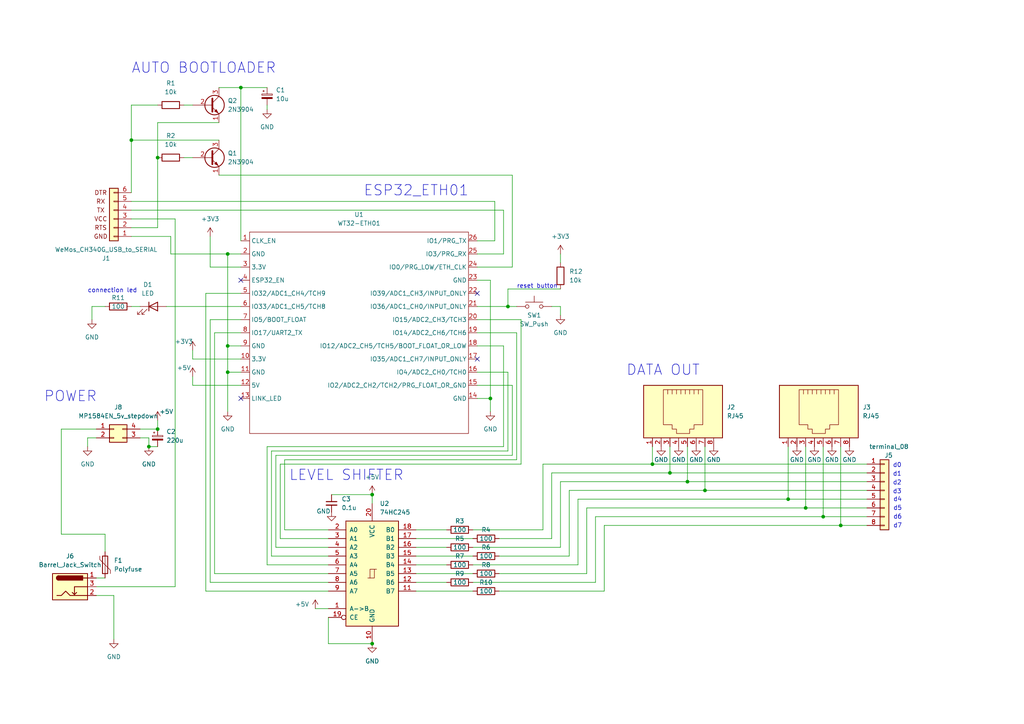
<source format=kicad_sch>
(kicad_sch (version 20230121) (generator eeschema)
  (paper "A4")
  (lib_symbols
    (symbol "74xx:74HC245" (pin_names (offset 1.016))
      (property "Reference" "U" (at -7.62 16.51 0))
      (property "Value" "74HC245" (at -7.62 -16.51 0))
      (symbol "74HC245_1_0"
        (polyline (pts (xy -0.635 -1.27) (xy -0.635 1.27) (xy 0.635 1.27)))
        (polyline (pts (xy -1.27 -1.27) (xy 0.635 -1.27) (xy 0.635 1.27) (xy 1.27 1.27)))
        (pin input line (at -12.7 -10.16 0) (length 5.08) (name "A->B") (number "1"))
        (pin power_in line (at 0 -20.32 90) (length 5.08) (name "GND") (number "10"))
        (pin tri_state line (at 12.7 -5.08 180) (length 5.08) (name "B7") (number "11"))
        (pin tri_state line (at 12.7 -2.54 180) (length 5.08) (name "B6") (number "12"))
        (pin tri_state line (at 12.7 0 180) (length 5.08) (name "B5") (number "13"))
        (pin tri_state line (at 12.7 2.54 180) (length 5.08) (name "B4") (number "14"))
        (pin tri_state line (at 12.7 5.08 180) (length 5.08) (name "B3") (number "15"))
        (pin tri_state line (at 12.7 7.62 180) (length 5.08) (name "B2") (number "16"))
        (pin tri_state line (at 12.7 10.16 180) (length 5.08) (name "B1") (number "17"))
        (pin tri_state line (at 12.7 12.7 180) (length 5.08) (name "B0") (number "18"))
        (pin input inverted (at -12.7 -12.7 0) (length 5.08) (name "CE") (number "19"))
        (pin tri_state line (at -12.7 12.7 0) (length 5.08) (name "A0") (number "2"))
        (pin power_in line (at 0 20.32 270) (length 5.08) (name "VCC") (number "20"))
        (pin tri_state line (at -12.7 10.16 0) (length 5.08) (name "A1") (number "3"))
        (pin tri_state line (at -12.7 7.62 0) (length 5.08) (name "A2") (number "4"))
        (pin tri_state line (at -12.7 5.08 0) (length 5.08) (name "A3") (number "5"))
        (pin tri_state line (at -12.7 2.54 0) (length 5.08) (name "A4") (number "6"))
        (pin tri_state line (at -12.7 0 0) (length 5.08) (name "A5") (number "7"))
        (pin tri_state line (at -12.7 -2.54 0) (length 5.08) (name "A6") (number "8"))
        (pin tri_state line (at -12.7 -5.08 0) (length 5.08) (name "A7") (number "9"))
      )
      (symbol "74HC245_1_1"
        (rectangle (start -7.62 15.24) (end 7.62 -15.24) (stroke (width 0.254)) (fill (type background)))
      )
    )
    (symbol "Connector:Barrel_Jack_Switch" (pin_names hide)
      (property "Reference" "J" (at 0 5.334 0))
      (property "Value" "Barrel_Jack_Switch" (at 0 -5.08 0))
      (symbol "Barrel_Jack_Switch_0_1"
        (rectangle (start -5.08 3.81) (end 5.08 -3.81) (stroke (width 0.254)) (fill (type background)))
        (arc (start -3.302 3.175) (mid -3.9343 2.54) (end -3.302 1.905) (stroke (width 0.254)))
        (arc (start -3.302 3.175) (mid -3.9343 2.54) (end -3.302 1.905) (stroke (width 0.254)) (fill (type outline)))
        (polyline (pts (xy 1.27 -2.286) (xy 1.905 -1.651)) (stroke (width 0.254)))
        (polyline (pts (xy 5.08 2.54) (xy 3.81 2.54)) (stroke (width 0.254)))
        (polyline (pts (xy 5.08 0) (xy 1.27 0) (xy 1.27 -2.286) (xy 0.635 -1.651)) (stroke (width 0.254)))
        (polyline (pts (xy -3.81 -2.54) (xy -2.54 -2.54) (xy -1.27 -1.27) (xy 0 -2.54) (xy 2.54 -2.54) (xy 5.08 -2.54)) (stroke (width 0.254)))
        (rectangle (start 3.683 3.175) (end -3.302 1.905) (stroke (width 0.254)) (fill (type outline)))
      )
      (symbol "Barrel_Jack_Switch_1_1"
        (pin passive line (at 7.62 2.54 180) (length 2.54) (name "~") (number "1"))
        (pin passive line (at 7.62 -2.54 180) (length 2.54) (name "~") (number "2"))
        (pin passive line (at 7.62 0 180) (length 2.54) (name "~") (number "3"))
      )
    )
    (symbol "Connector:RJ45" (pin_names (offset 1.016))
      (property "Reference" "J" (at -5.08 13.97 0))
      (property "Value" "RJ45" (at 2.54 13.97 0))
      (symbol "RJ45_0_1"
        (polyline (pts (xy -5.08 4.445) (xy -6.35 4.445)))
        (polyline (pts (xy -5.08 5.715) (xy -6.35 5.715)))
        (polyline (pts (xy -6.35 -3.175) (xy -5.08 -3.175) (xy -5.08 -3.175)))
        (polyline (pts (xy -6.35 -1.905) (xy -5.08 -1.905) (xy -5.08 -1.905)))
        (polyline (pts (xy -6.35 -0.635) (xy -5.08 -0.635) (xy -5.08 -0.635)))
        (polyline (pts (xy -6.35 0.635) (xy -5.08 0.635) (xy -5.08 0.635)))
        (polyline (pts (xy -6.35 1.905) (xy -5.08 1.905) (xy -5.08 1.905)))
        (polyline (pts (xy -5.08 3.175) (xy -6.35 3.175) (xy -6.35 3.175)))
        (polyline (pts (xy -6.35 -4.445) (xy -6.35 6.985) (xy 3.81 6.985) (xy 3.81 4.445) (xy 5.08 4.445) (xy 5.08 3.175) (xy 6.35 3.175) (xy 6.35 -0.635) (xy 5.08 -0.635) (xy 5.08 -1.905) (xy 3.81 -1.905) (xy 3.81 -4.445) (xy -6.35 -4.445) (xy -6.35 -4.445)))
        (rectangle (start 7.62 12.7) (end -7.62 -10.16) (stroke (width 0.254)) (fill (type background)))
      )
      (symbol "RJ45_1_1"
        (pin passive line (at 10.16 -7.62 180) (length 2.54) (name "~") (number "1"))
        (pin passive line (at 10.16 -5.08 180) (length 2.54) (name "~") (number "2"))
        (pin passive line (at 10.16 -2.54 180) (length 2.54) (name "~") (number "3"))
        (pin passive line (at 10.16 0 180) (length 2.54) (name "~") (number "4"))
        (pin passive line (at 10.16 2.54 180) (length 2.54) (name "~") (number "5"))
        (pin passive line (at 10.16 5.08 180) (length 2.54) (name "~") (number "6"))
        (pin passive line (at 10.16 7.62 180) (length 2.54) (name "~") (number "7"))
        (pin passive line (at 10.16 10.16 180) (length 2.54) (name "~") (number "8"))
      )
    )
    (symbol "Connector_Generic:Conn_01x08" (pin_names (offset 1.016) hide)
      (property "Reference" "J" (at 0 10.16 0))
      (property "Value" "Conn_01x08" (at 0 -12.7 0))
      (symbol "Conn_01x08_1_1"
        (rectangle (start -1.27 -10.033) (end 0 -10.287) (stroke (width 0.1524)))
        (rectangle (start -1.27 -7.493) (end 0 -7.747) (stroke (width 0.1524)))
        (rectangle (start -1.27 -4.953) (end 0 -5.207) (stroke (width 0.1524)))
        (rectangle (start -1.27 -2.413) (end 0 -2.667) (stroke (width 0.1524)))
        (rectangle (start -1.27 0.127) (end 0 -0.127) (stroke (width 0.1524)))
        (rectangle (start -1.27 2.667) (end 0 2.413) (stroke (width 0.1524)))
        (rectangle (start -1.27 5.207) (end 0 4.953) (stroke (width 0.1524)))
        (rectangle (start -1.27 7.747) (end 0 7.493) (stroke (width 0.1524)))
        (rectangle (start -1.27 8.89) (end 1.27 -11.43) (stroke (width 0.254)) (fill (type background)))
        (pin passive line (at -5.08 7.62 0) (length 3.81) (name "Pin_1") (number "1"))
        (pin passive line (at -5.08 5.08 0) (length 3.81) (name "Pin_2") (number "2"))
        (pin passive line (at -5.08 2.54 0) (length 3.81) (name "Pin_3") (number "3"))
        (pin passive line (at -5.08 0 0) (length 3.81) (name "Pin_4") (number "4"))
        (pin passive line (at -5.08 -2.54 0) (length 3.81) (name "Pin_5") (number "5"))
        (pin passive line (at -5.08 -5.08 0) (length 3.81) (name "Pin_6") (number "6"))
        (pin passive line (at -5.08 -7.62 0) (length 3.81) (name "Pin_7") (number "7"))
        (pin passive line (at -5.08 -10.16 0) (length 3.81) (name "Pin_8") (number "8"))
      )
    )
    (symbol "Connector_Generic:Conn_02x02_Counter_Clockwise" (pin_names (offset 1.016) hide)
      (property "Reference" "J" (at 1.27 2.54 0))
      (property "Value" "Conn_02x02_Counter_Clockwise" (at 1.27 -5.08 0))
      (symbol "Conn_02x02_Counter_Clockwise_1_1"
        (rectangle (start -1.27 -2.413) (end 0 -2.667) (stroke (width 0.1524)))
        (rectangle (start -1.27 0.127) (end 0 -0.127) (stroke (width 0.1524)))
        (rectangle (start -1.27 1.27) (end 3.81 -3.81) (stroke (width 0.254)) (fill (type background)))
        (rectangle (start 3.81 -2.413) (end 2.54 -2.667) (stroke (width 0.1524)))
        (rectangle (start 3.81 0.127) (end 2.54 -0.127) (stroke (width 0.1524)))
        (pin passive line (at -5.08 0 0) (length 3.81) (name "Pin_1") (number "1"))
        (pin passive line (at -5.08 -2.54 0) (length 3.81) (name "Pin_2") (number "2"))
        (pin passive line (at 7.62 -2.54 180) (length 3.81) (name "Pin_3") (number "3"))
        (pin passive line (at 7.62 0 180) (length 3.81) (name "Pin_4") (number "4"))
      )
    )
    (symbol "Device:C_Polarized_Small" (pin_numbers hide) (pin_names (offset 0.254) hide)
      (property "Reference" "C" (at 0.254 1.778 0))
      (property "Value" "C_Polarized_Small" (at 0.254 -2.032 0))
      (symbol "C_Polarized_Small_0_1"
        (rectangle (start -1.524 -0.3048) (end 1.524 -0.6858) (fill (type outline)))
        (rectangle (start -1.524 0.6858) (end 1.524 0.3048))
        (polyline (pts (xy -1.27 1.524) (xy -0.762 1.524)))
        (polyline (pts (xy -1.016 1.27) (xy -1.016 1.778)))
      )
      (symbol "C_Polarized_Small_1_1"
        (pin passive line (at 0 2.54 270) (length 1.8542) (name "~") (number "1"))
        (pin passive line (at 0 -2.54 90) (length 1.8542) (name "~") (number "2"))
      )
    )
    (symbol "Device:C_Small" (pin_numbers hide) (pin_names (offset 0.254) hide)
      (property "Reference" "C" (at 0.254 1.778 0))
      (property "Value" "C_Small" (at 0.254 -2.032 0))
      (symbol "C_Small_0_1"
        (polyline (pts (xy -1.524 -0.508) (xy 1.524 -0.508)) (stroke (width 0.3302)))
        (polyline (pts (xy -1.524 0.508) (xy 1.524 0.508)) (stroke (width 0.3048)))
      )
      (symbol "C_Small_1_1"
        (pin passive line (at 0 2.54 270) (length 2.032) (name "~") (number "1"))
        (pin passive line (at 0 -2.54 90) (length 2.032) (name "~") (number "2"))
      )
    )
    (symbol "Device:LED" (pin_numbers hide) (pin_names (offset 1.016) hide)
      (property "Reference" "D" (at 0 2.54 0))
      (property "Value" "LED" (at 0 -2.54 0))
      (symbol "LED_0_1"
        (polyline (pts (xy -1.27 -1.27) (xy -1.27 1.27)) (stroke (width 0.254)))
        (polyline (pts (xy -1.27 0) (xy 1.27 0)))
        (polyline (pts (xy 1.27 -1.27) (xy 1.27 1.27) (xy -1.27 0) (xy 1.27 -1.27)) (stroke (width 0.254)))
        (polyline (pts (xy -3.048 -0.762) (xy -4.572 -2.286) (xy -3.81 -2.286) (xy -4.572 -2.286) (xy -4.572 -1.524)))
        (polyline (pts (xy -1.778 -0.762) (xy -3.302 -2.286) (xy -2.54 -2.286) (xy -3.302 -2.286) (xy -3.302 -1.524)))
      )
      (symbol "LED_1_1"
        (pin passive line (at -3.81 0 0) (length 2.54) (name "K") (number "1"))
        (pin passive line (at 3.81 0 180) (length 2.54) (name "A") (number "2"))
      )
    )
    (symbol "Device:Polyfuse" (pin_numbers hide) (pin_names (offset 0))
      (property "Reference" "F" (at -2.54 0 90))
      (property "Value" "Polyfuse" (at 2.54 0 90))
      (symbol "Polyfuse_0_1"
        (rectangle (start -0.762 2.54) (end 0.762 -2.54) (stroke (width 0.254)))
        (polyline (pts (xy 0 2.54) (xy 0 -2.54)))
        (polyline (pts (xy -1.524 2.54) (xy -1.524 1.524) (xy 1.524 -1.524) (xy 1.524 -2.54)))
      )
      (symbol "Polyfuse_1_1"
        (pin passive line (at 0 3.81 270) (length 1.27) (name "~") (number "1"))
        (pin passive line (at 0 -3.81 90) (length 1.27) (name "~") (number "2"))
      )
    )
    (symbol "Device:R" (pin_numbers hide) (pin_names (offset 0))
      (property "Reference" "R" (at 2.032 0 90))
      (property "Value" "R" (at 0 0 90))
      (symbol "R_0_1"
        (rectangle (start -1.016 -2.54) (end 1.016 2.54) (stroke (width 0.254)))
      )
      (symbol "R_1_1"
        (pin passive line (at 0 3.81 270) (length 1.27) (name "~") (number "1"))
        (pin passive line (at 0 -3.81 90) (length 1.27) (name "~") (number "2"))
      )
    )
    (symbol "Switch:SW_Push" (pin_numbers hide) (pin_names (offset 1.016) hide)
      (property "Reference" "SW" (at 1.27 2.54 0))
      (property "Value" "SW_Push" (at 0 -1.524 0))
      (symbol "SW_Push_0_1"
        (circle (center -2.032 0) (radius 0.508))
        (polyline (pts (xy 0 1.27) (xy 0 3.048)))
        (polyline (pts (xy 2.54 1.27) (xy -2.54 1.27)))
        (circle (center 2.032 0) (radius 0.508))
        (pin passive line (at -5.08 0 0) (length 2.54) (name "1") (number "1"))
        (pin passive line (at 5.08 0 180) (length 2.54) (name "2") (number "2"))
      )
    )
    (symbol "Transistor_BJT:2N3904" (pin_names (offset 0) hide)
      (property "Reference" "Q" (at 5.08 1.905 0))
      (property "Value" "2N3904" (at 5.08 0 0))
      (symbol "2N3904_0_1"
        (polyline (pts (xy 0.635 0.635) (xy 2.54 2.54)))
        (polyline (pts (xy 0.635 -0.635) (xy 2.54 -2.54) (xy 2.54 -2.54)))
        (polyline (pts (xy 0.635 1.905) (xy 0.635 -1.905) (xy 0.635 -1.905)) (stroke (width 0.508)))
        (polyline (pts (xy 1.27 -1.778) (xy 1.778 -1.27) (xy 2.286 -2.286) (xy 1.27 -1.778) (xy 1.27 -1.778)) (fill (type outline)))
        (circle (center 1.27 0) (radius 2.8194) (stroke (width 0.254)))
      )
      (symbol "2N3904_1_1"
        (pin passive line (at 2.54 -5.08 90) (length 2.54) (name "E") (number "1"))
        (pin passive line (at -5.08 0 0) (length 5.715) (name "B") (number "2"))
        (pin passive line (at 2.54 5.08 270) (length 2.54) (name "C") (number "3"))
      )
    )
    (symbol "lib_sch:WT32-ETH01"
      (property "Reference" "U" (at 0 -22.86 0))
      (property "Value" "WT32-ETH01" (at 0 -25.4 0))
      (symbol "WT32-ETH01_0_1"
        (rectangle (start -31.75 29.21) (end 31.75 -29.21))
      )
      (symbol "WT32-ETH01_1_1"
        (pin bidirectional line (at -34.29 26.67 0) (length 2.54) (name "CLK_EN") (number "1"))
        (pin power_out line (at -34.29 -7.62 0) (length 2.54) (name "3.3V") (number "10"))
        (pin power_in line (at -34.29 -11.43 0) (length 2.54) (name "GND") (number "11"))
        (pin power_in line (at -34.29 -15.24 0) (length 2.54) (name "5V") (number "12"))
        (pin output line (at -34.29 -19.05 0) (length 2.54) (name "LINK_LED") (number "13"))
        (pin power_in line (at 34.29 -19.05 180) (length 2.54) (name "GND") (number "14"))
        (pin bidirectional line (at 34.29 -15.24 180) (length 2.54) (name "IO2/ADC2_CH2/TCH2/PRG_FLOAT_OR_GND") (number "15"))
        (pin bidirectional line (at 34.29 -11.43 180) (length 2.54) (name "IO4/ADC2_CH0/TCH0") (number "16"))
        (pin input line (at 34.29 -7.62 180) (length 2.54) (name "IO35/ADC1_CH7/INPUT_ONLY") (number "17"))
        (pin bidirectional line (at 34.29 -3.81 180) (length 2.54) (name "IO12/ADC2_CH5/TCH5/BOOT_FLOAT_OR_LOW") (number "18"))
        (pin bidirectional line (at 34.29 0 180) (length 2.54) (name "IO14/ADC2_CH6/TCH6") (number "19"))
        (pin power_in line (at -34.29 22.86 0) (length 2.54) (name "GND") (number "2"))
        (pin bidirectional line (at 34.29 3.81 180) (length 2.54) (name "IO15/ADC2_CH3/TCH3") (number "20"))
        (pin input line (at 34.29 7.62 180) (length 2.54) (name "IO36/ADC1_CH0/INPUT_ONLY") (number "21"))
        (pin input line (at 34.29 11.43 180) (length 2.54) (name "IO39/ADC1_CH3/INPUT_ONLY") (number "22"))
        (pin power_in line (at 34.29 15.24 180) (length 2.54) (name "GND") (number "23"))
        (pin bidirectional line (at 34.29 19.05 180) (length 2.54) (name "IO0/PRG_LOW/ETH_CLK") (number "24"))
        (pin bidirectional line (at 34.29 22.86 180) (length 2.54) (name "IO3/PRG_RX") (number "25"))
        (pin bidirectional line (at 34.29 26.67 180) (length 2.54) (name "IO1/PRG_TX") (number "26"))
        (pin power_out line (at -34.29 19.05 0) (length 2.54) (name "3.3V") (number "3"))
        (pin bidirectional line (at -34.29 15.24 0) (length 2.54) (name "ESP32_EN") (number "4"))
        (pin bidirectional line (at -34.29 11.43 0) (length 2.54) (name "IO32/ADC1_CH4/TCH9") (number "5"))
        (pin bidirectional line (at -34.29 7.62 0) (length 2.54) (name "IO33/ADC1_CH5/TCH8") (number "6"))
        (pin bidirectional line (at -34.29 3.81 0) (length 2.54) (name "IO5/BOOT_FLOAT") (number "7"))
        (pin bidirectional line (at -34.29 0 0) (length 2.54) (name "IO17/UART2_TX") (number "8"))
        (pin power_in line (at -34.29 -3.81 0) (length 2.54) (name "GND") (number "9"))
      )
    )
    (symbol "lib_sch:WeMos_CH340G_USB_to_SERIAL" (pin_names (offset 1.016) hide)
      (property "Reference" "J" (at 0 7.62 0))
      (property "Value" "WeMos_CH340G_USB_to_SERIAL" (at 0 -10.16 0))
      (symbol "WeMos_CH340G_USB_to_SERIAL_1_1"
        (rectangle (start -1.27 -7.493) (end 0 -7.747) (stroke (width 0.1524)))
        (rectangle (start -1.27 -4.953) (end 0 -5.207) (stroke (width 0.1524)))
        (rectangle (start -1.27 -2.413) (end 0 -2.667) (stroke (width 0.1524)))
        (rectangle (start -1.27 0.127) (end 0 -0.127) (stroke (width 0.1524)))
        (rectangle (start -1.27 2.667) (end 0 2.413) (stroke (width 0.1524)))
        (rectangle (start -1.27 5.207) (end 0 4.953) (stroke (width 0.1524)))
        (rectangle (start -1.27 6.35) (end 1.27 -8.89) (stroke (width 0.254)) (fill (type background)))
        (text "DTR" (at 3.81 -7.62 0) (effects (font (size 1.27 1.27))))
        (text "GND" (at 3.81 5.08 0) (effects (font (size 1.27 1.27))))
        (text "RTS" (at 3.81 2.54 0) (effects (font (size 1.27 1.27))))
        (text "RX" (at 3.81 -5.08 0) (effects (font (size 1.27 1.27))))
        (text "TX" (at 3.81 -2.54 0) (effects (font (size 1.27 1.27))))
        (text "VCC" (at 3.81 0 0) (effects (font (size 1.27 1.27))))
        (pin passive line (at -5.08 5.08 0) (length 3.81) (name "Pin_1") (number "1"))
        (pin passive line (at -5.08 2.54 0) (length 3.81) (name "Pin_2") (number "2"))
        (pin passive line (at -5.08 0 0) (length 3.81) (name "Pin_3") (number "3"))
        (pin passive line (at -5.08 -2.54 0) (length 3.81) (name "Pin_4") (number "4"))
        (pin passive line (at -5.08 -5.08 0) (length 3.81) (name "Pin_5") (number "5"))
        (pin passive line (at -5.08 -7.62 0) (length 3.81) (name "Pin_6") (number "6"))
      )
    )
    (symbol "power:+3V3" (power) (pin_names (offset 0))
      (property "Value" "+3V3" (at 0 3.556 0))
      (symbol "+3V3_0_1"
        (polyline (pts (xy -0.762 1.27) (xy 0 2.54)))
        (polyline (pts (xy 0 0) (xy 0 2.54)))
        (polyline (pts (xy 0 2.54) (xy 0.762 1.27)))
      )
      (symbol "+3V3_1_1"
        (pin power_in line (at 0 0 90) (length 0) hide (name "+3V3") (number "1"))
      )
    )
    (symbol "power:+5V" (power) (pin_names (offset 0))
      (property "Value" "+5V" (at 0 3.556 0))
      (symbol "+5V_0_1"
        (polyline (pts (xy -0.762 1.27) (xy 0 2.54)))
        (polyline (pts (xy 0 0) (xy 0 2.54)))
        (polyline (pts (xy 0 2.54) (xy 0.762 1.27)))
      )
      (symbol "+5V_1_1"
        (pin power_in line (at 0 0 90) (length 0) hide (name "+5V") (number "1"))
      )
    )
    (symbol "power:GND" (power) (pin_names (offset 0))
      (property "Value" "GND" (at 0 -3.81 0))
      (symbol "GND_0_1"
        (polyline (pts (xy 0 0) (xy 0 -1.27) (xy 1.27 -1.27) (xy 0 -2.54) (xy -1.27 -1.27) (xy 0 -1.27)))
      )
      (symbol "GND_1_1"
        (pin power_in line (at 0 0 270) (length 0) hide (name "GND") (number "1"))
      )
    )
  )
  (junction (at 189.23 134.62))
  (junction (at 199.39 139.7))
  (junction (at 194.31 137.16))
  (junction (at 45.72 45.72))
  (junction (at 66.04 107.95))
  (junction (at 107.95 186.69))
  (junction (at 66.04 73.66))
  (junction (at 228.6 144.78))
  (junction (at 147.32 88.9))
  (junction (at 43.18 129.54))
  (junction (at 69.85 25.4))
  (junction (at 142.24 115.57))
  (junction (at 45.72 124.46))
  (junction (at 204.47 142.24))
  (junction (at 66.04 100.33))
  (junction (at 38.1 40.64))
  (junction (at 233.68 147.32))
  (junction (at 243.84 152.4))
  (junction (at 107.95 143.4592))
  (junction (at 238.76 149.86))
  (no_connect (at 69.85 115.57))
  (no_connect (at 138.43 104.14))
  (no_connect (at 138.43 85.09))
  (no_connect (at 69.85 81.28))
  (wire (pts (xy 243.84 152.4) (xy 251.46 152.4)))
  (wire (pts (xy 55.88 101.6) (xy 55.88 104.14)))
  (wire (pts (xy 120.65 158.75) (xy 129.54 158.75)))
  (wire (pts (xy 238.76 129.54) (xy 238.76 149.86)))
  (wire (pts (xy 66.04 73.66) (xy 69.85 73.66)))
  (wire (pts (xy 82.55 153.67) (xy 95.25 153.67)))
  (wire (pts (xy 120.65 156.21) (xy 137.16 156.21)))
  (wire (pts (xy 66.04 107.95) (xy 69.85 107.95)))
  (wire (pts (xy 107.95 143.4592) (xy 107.95 146.05)))
  (wire (pts (xy 53.34 45.72) (xy 55.88 45.72)))
  (wire (pts (xy 137.16 168.91) (xy 172.72 168.91)))
  (wire (pts (xy 69.85 25.4) (xy 69.85 69.85)))
  (wire (pts (xy 38.1 66.04) (xy 45.72 66.04)))
  (wire (pts (xy 60.96 168.91) (xy 95.25 168.91)))
  (wire (pts (xy 77.47 163.83) (xy 95.25 163.83)))
  (wire (pts (xy 167.64 163.83) (xy 167.64 144.78)))
  (wire (pts (xy 149.86 133.35) (xy 82.55 133.35)))
  (wire (pts (xy 38.1 88.9) (xy 40.64 88.9)))
  (wire (pts (xy 38.1 40.64) (xy 63.5 40.64)))
  (wire (pts (xy 204.47 142.24) (xy 251.46 142.24)))
  (wire (pts (xy 160.02 156.21) (xy 160.02 137.16)))
  (wire (pts (xy 146.05 60.96) (xy 146.05 73.66)))
  (wire (pts (xy 170.18 147.32) (xy 170.18 166.37)))
  (wire (pts (xy 228.6 129.54) (xy 228.6 144.78)))
  (wire (pts (xy 45.72 66.04) (xy 45.72 45.72)))
  (wire (pts (xy 144.78 171.45) (xy 175.26 171.45)))
  (wire (pts (xy 238.76 149.86) (xy 251.46 149.86)))
  (wire (pts (xy 138.43 92.71) (xy 151.13 92.71)))
  (wire (pts (xy 143.51 69.85) (xy 138.43 69.85)))
  (wire (pts (xy 63.5 50.8) (xy 148.59 50.8)))
  (wire (pts (xy 165.1 142.24) (xy 204.47 142.24)))
  (wire (pts (xy 147.32 83.82) (xy 147.32 88.9)))
  (wire (pts (xy 66.04 119.38) (xy 66.04 107.95)))
  (wire (pts (xy 142.24 115.57) (xy 138.43 115.57)))
  (wire (pts (xy 189.23 134.62) (xy 251.46 134.62)))
  (wire (pts (xy 120.65 153.67) (xy 129.54 153.67)))
  (wire (pts (xy 148.59 50.8) (xy 148.59 77.47)))
  (wire (pts (xy 233.68 147.32) (xy 251.46 147.32)))
  (wire (pts (xy 148.59 132.08) (xy 80.01 132.08)))
  (wire (pts (xy 160.02 88.9) (xy 162.56 88.9)))
  (wire (pts (xy 45.72 35.56) (xy 45.72 45.72)))
  (wire (pts (xy 162.56 158.75) (xy 162.56 139.7)))
  (wire (pts (xy 157.48 134.62) (xy 157.48 153.67)))
  (wire (pts (xy 27.94 127) (xy 25.4 127)))
  (wire (pts (xy 233.68 129.54) (xy 233.68 147.32)))
  (wire (pts (xy 69.85 77.47) (xy 60.96 77.47)))
  (wire (pts (xy 151.13 92.71) (xy 151.13 134.62)))
  (wire (pts (xy 120.65 166.37) (xy 137.16 166.37)))
  (wire (pts (xy 49.53 73.66) (xy 66.04 73.66)))
  (wire (pts (xy 151.13 134.62) (xy 81.28 134.62)))
  (wire (pts (xy 66.04 107.95) (xy 66.04 100.33)))
  (wire (pts (xy 38.1 58.42) (xy 143.51 58.42)))
  (wire (pts (xy 38.1 55.88) (xy 38.1 40.64)))
  (wire (pts (xy 144.78 166.37) (xy 170.18 166.37)))
  (wire (pts (xy 45.72 121.92) (xy 45.72 124.46)))
  (wire (pts (xy 142.24 115.57) (xy 142.24 81.28)))
  (wire (pts (xy 30.48 154.94) (xy 30.48 160.02)))
  (wire (pts (xy 17.78 124.46) (xy 27.94 124.46)))
  (wire (pts (xy 148.59 111.76) (xy 148.59 132.08)))
  (wire (pts (xy 38.1 30.48) (xy 45.72 30.48)))
  (wire (pts (xy 162.56 88.9) (xy 162.56 91.44)))
  (wire (pts (xy 175.26 152.4) (xy 175.26 171.45)))
  (wire (pts (xy 194.31 137.16) (xy 251.46 137.16)))
  (wire (pts (xy 78.74 161.29) (xy 95.25 161.29)))
  (wire (pts (xy 69.85 96.52) (xy 62.23 96.52)))
  (wire (pts (xy 66.04 73.66) (xy 66.04 100.33)))
  (wire (pts (xy 27.94 167.64) (xy 30.48 167.64)))
  (wire (pts (xy 146.05 73.66) (xy 138.43 73.66)))
  (wire (pts (xy 138.43 111.76) (xy 148.59 111.76)))
  (wire (pts (xy 149.86 96.52) (xy 149.86 133.35)))
  (wire (pts (xy 17.78 154.94) (xy 30.48 154.94)))
  (wire (pts (xy 59.69 85.09) (xy 59.69 171.45)))
  (wire (pts (xy 69.85 92.71) (xy 60.96 92.71)))
  (wire (pts (xy 43.18 127) (xy 40.64 127)))
  (wire (pts (xy 62.23 166.37) (xy 95.25 166.37)))
  (wire (pts (xy 69.85 25.4) (xy 77.47 25.4)))
  (wire (pts (xy 120.65 171.45) (xy 137.16 171.45)))
  (wire (pts (xy 60.96 92.71) (xy 60.96 168.91)))
  (wire (pts (xy 33.02 172.72) (xy 33.02 185.42)))
  (wire (pts (xy 38.1 60.96) (xy 146.05 60.96)))
  (wire (pts (xy 162.56 73.66) (xy 162.56 76.2)))
  (wire (pts (xy 26.67 92.71) (xy 26.67 88.9)))
  (wire (pts (xy 40.64 124.46) (xy 45.72 124.46)))
  (wire (pts (xy 147.32 88.9) (xy 149.86 88.9)))
  (wire (pts (xy 243.84 152.4) (xy 175.26 152.4)))
  (wire (pts (xy 146.05 129.54) (xy 77.47 129.54)))
  (wire (pts (xy 77.47 129.54) (xy 77.47 163.83)))
  (wire (pts (xy 78.74 130.81) (xy 78.74 161.29)))
  (wire (pts (xy 33.02 172.72) (xy 27.94 172.72)))
  (wire (pts (xy 43.18 129.54) (xy 43.18 127)))
  (wire (pts (xy 238.76 149.86) (xy 172.72 149.86)))
  (wire (pts (xy 120.65 163.83) (xy 129.54 163.83)))
  (wire (pts (xy 81.28 134.62) (xy 81.28 156.21)))
  (wire (pts (xy 120.65 161.29) (xy 137.16 161.29)))
  (wire (pts (xy 233.68 147.32) (xy 170.18 147.32)))
  (wire (pts (xy 194.31 129.54) (xy 194.31 137.16)))
  (wire (pts (xy 243.84 129.54) (xy 243.84 152.4)))
  (wire (pts (xy 199.39 139.7) (xy 251.46 139.7)))
  (wire (pts (xy 77.47 30.48) (xy 77.47 31.75)))
  (wire (pts (xy 38.1 40.64) (xy 38.1 30.48)))
  (wire (pts (xy 143.51 58.42) (xy 143.51 69.85)))
  (wire (pts (xy 137.16 158.75) (xy 162.56 158.75)))
  (wire (pts (xy 60.96 68.58) (xy 60.96 77.47)))
  (wire (pts (xy 63.5 25.4) (xy 69.85 25.4)))
  (wire (pts (xy 162.56 139.7) (xy 199.39 139.7)))
  (wire (pts (xy 144.78 156.21) (xy 160.02 156.21)))
  (wire (pts (xy 80.01 158.75) (xy 95.25 158.75)))
  (wire (pts (xy 228.6 144.78) (xy 251.46 144.78)))
  (wire (pts (xy 69.85 85.09) (xy 59.69 85.09)))
  (wire (pts (xy 96.1644 143.4592) (xy 107.95 143.4592)))
  (wire (pts (xy 55.88 111.76) (xy 69.85 111.76)))
  (wire (pts (xy 43.18 129.54) (xy 45.72 129.54)))
  (wire (pts (xy 48.26 88.9) (xy 69.85 88.9)))
  (wire (pts (xy 50.8 63.5) (xy 50.8 170.18)))
  (wire (pts (xy 120.65 168.91) (xy 129.54 168.91)))
  (wire (pts (xy 95.25 179.07) (xy 95.25 186.69)))
  (wire (pts (xy 38.1 63.5) (xy 50.8 63.5)))
  (wire (pts (xy 146.05 100.33) (xy 146.05 129.54)))
  (wire (pts (xy 189.23 134.62) (xy 157.48 134.62)))
  (wire (pts (xy 50.8 170.18) (xy 27.94 170.18)))
  (wire (pts (xy 63.5 35.56) (xy 45.72 35.56)))
  (wire (pts (xy 38.1 68.58) (xy 49.53 68.58)))
  (wire (pts (xy 137.16 153.67) (xy 157.48 153.67)))
  (wire (pts (xy 165.1 161.29) (xy 165.1 142.24)))
  (wire (pts (xy 53.34 30.48) (xy 55.88 30.48)))
  (wire (pts (xy 189.23 129.54) (xy 189.23 134.62)))
  (wire (pts (xy 142.24 119.38) (xy 142.24 115.57)))
  (wire (pts (xy 172.72 149.86) (xy 172.72 168.91)))
  (wire (pts (xy 17.78 154.94) (xy 17.78 124.46)))
  (wire (pts (xy 107.95 186.69) (xy 95.25 186.69)))
  (wire (pts (xy 62.23 96.52) (xy 62.23 166.37)))
  (wire (pts (xy 55.88 109.22) (xy 55.88 111.76)))
  (wire (pts (xy 204.47 129.54) (xy 204.47 142.24)))
  (wire (pts (xy 25.4 127) (xy 25.4 129.54)))
  (wire (pts (xy 147.32 107.95) (xy 147.32 130.81)))
  (wire (pts (xy 80.01 132.08) (xy 80.01 158.75)))
  (wire (pts (xy 138.43 107.95) (xy 147.32 107.95)))
  (wire (pts (xy 91.44 176.53) (xy 95.25 176.53)))
  (wire (pts (xy 66.04 100.33) (xy 69.85 100.33)))
  (wire (pts (xy 199.39 129.54) (xy 199.39 139.7)))
  (wire (pts (xy 82.55 133.35) (xy 82.55 153.67)))
  (wire (pts (xy 160.02 137.16) (xy 194.31 137.16)))
  (wire (pts (xy 59.69 171.45) (xy 95.25 171.45)))
  (wire (pts (xy 162.56 83.82) (xy 147.32 83.82)))
  (wire (pts (xy 167.64 144.78) (xy 228.6 144.78)))
  (wire (pts (xy 144.78 161.29) (xy 165.1 161.29)))
  (wire (pts (xy 138.43 96.52) (xy 149.86 96.52)))
  (wire (pts (xy 148.59 77.47) (xy 138.43 77.47)))
  (wire (pts (xy 147.32 130.81) (xy 78.74 130.81)))
  (wire (pts (xy 137.16 163.83) (xy 167.64 163.83)))
  (wire (pts (xy 81.28 156.21) (xy 95.25 156.21)))
  (wire (pts (xy 138.43 100.33) (xy 146.05 100.33)))
  (wire (pts (xy 49.53 68.58) (xy 49.53 73.66)))
  (wire (pts (xy 138.43 88.9) (xy 147.32 88.9)))
  (wire (pts (xy 69.85 104.14) (xy 55.88 104.14)))
  (wire (pts (xy 142.24 81.28) (xy 138.43 81.28)))
  (wire (pts (xy 26.67 88.9) (xy 30.48 88.9)))
  (text "ESP32_ETH01" (at 105.41 57.15 0) (effects (font (size 3 3)) (justify left bottom)))
  (text "reset button" (at 149.86 83.82 0) (effects (font (size 1.27 1.27)) (justify left bottom)))
  (text "d4" (at 259.08 145.669 0) (effects (font (size 1.27 1.27)) (justify left bottom)))
  (text "AUTO BOOTLOADER" (at 38.1 21.59 0) (effects (font (size 3 3)) (justify left bottom)))
  (text "connection led" (at 25.4 85.09 0) (effects (font (size 1.27 1.27)) (justify left bottom)))
  (text "DATA OUT" (at 181.61 109.22 0) (effects (font (size 3 3)) (justify left bottom)))
  (text "d2" (at 258.953 140.843 0) (effects (font (size 1.27 1.27)) (justify left bottom)))
  (text "POWER" (at 12.7 116.84 0) (effects (font (size 3 3)) (justify left bottom)))
  (text "d0" (at 258.953 135.763 0) (effects (font (size 1.27 1.27)) (justify left bottom)))
  (text "d7" (at 259.08 153.289 0) (effects (font (size 1.27 1.27)) (justify left bottom)))
  (text "d1" (at 258.953 138.303 0) (effects (font (size 1.27 1.27)) (justify left bottom)))
  (text "LEVEL SHIFTER" (at 83.82 139.7 0) (effects (font (size 3 3)) (justify left bottom)))
  (text "d3" (at 258.953 143.383 0) (effects (font (size 1.27 1.27)) (justify left bottom)))
  (text "d6" (at 259.08 150.749 0) (effects (font (size 1.27 1.27)) (justify left bottom)))
  (text "d5" (at 259.08 148.209 0) (effects (font (size 1.27 1.27)) (justify left bottom)))
  (symbol (lib_id "Device:R") (at 133.35 158.75 90) (unit 1)
    (property "Reference" "R5" (at 133.35 156.21 90))
    (property "Value" "100" (at 133.35 158.75 90))
    (property "Footprint" "Resistor_THT:R_Axial_DIN0204_L3.6mm_D1.6mm_P5.08mm_Horizontal" (effects hide))
  )
  (symbol (lib_id "power:GND") (at 66.04 119.38 0) (unit 1)
    (property "Reference" "#PWR017" (effects hide))
    (property "Value" "GND" (at 66.04 124.46 0))
  )
  (symbol (lib_id "Connector:RJ45") (at 236.22 119.38 270) (unit 1)
    (property "Reference" "J3" (at 250.19 118.11 90) (effects (justify left)))
    (property "Value" "RJ45" (at 250.19 120.65 90) (effects (justify left)))
    (property "Footprint" "lib_fp:RJ45_Horizontal" (effects hide))
  )
  (symbol (lib_id "Device:R") (at 133.35 153.67 90) (unit 1)
    (property "Reference" "R3" (at 133.35 151.13 90))
    (property "Value" "100" (at 133.35 153.67 90))
    (property "Footprint" "Resistor_THT:R_Axial_DIN0204_L3.6mm_D1.6mm_P5.08mm_Horizontal" (effects hide))
  )
  (symbol (lib_id "Device:Polyfuse") (at 30.48 163.83 180) (unit 1)
    (property "Reference" "F1" (at 33.02 162.56 0) (effects (justify right)))
    (property "Value" "Polyfuse" (at 33.02 165.1 0) (effects (justify right)))
    (property "Footprint" "Fuse:Fuse_Bourns_MF-RG300" (effects hide))
  )
  (symbol (lib_id "power:GND") (at 236.22 129.54 0) (unit 1)
    (property "Reference" "#PWR013" (effects hide))
    (property "Value" "GND" (at 236.22 133.35 0))
  )
  (symbol (lib_id "Device:R") (at 49.53 30.48 90) (unit 1)
    (property "Reference" "R1" (at 49.53 24.13 90))
    (property "Value" "10k" (at 49.53 26.67 90))
    (property "Footprint" "Resistor_THT:R_Axial_DIN0204_L3.6mm_D1.6mm_P5.08mm_Horizontal" (effects hide))
  )
  (symbol (lib_id "power:GND") (at 207.01 129.54 0) (unit 1)
    (property "Reference" "#PWR011" (effects hide))
    (property "Value" "GND" (at 207.01 133.35 0))
  )
  (symbol (lib_id "Device:R") (at 49.53 45.72 90) (unit 1)
    (property "Reference" "R2" (at 49.53 39.37 90))
    (property "Value" "10k" (at 49.53 41.91 90))
    (property "Footprint" "Resistor_THT:R_Axial_DIN0204_L3.6mm_D1.6mm_P5.08mm_Horizontal" (effects hide))
  )
  (symbol (lib_id "Device:LED") (at 44.45 88.9 0) (unit 1)
    (property "Reference" "D1" (at 42.8625 82.55 0))
    (property "Value" "LED" (at 42.8625 85.09 0))
    (property "Footprint" "LED_THT:LED_D5.0mm" (effects hide))
  )
  (symbol (lib_id "Device:R") (at 133.35 168.91 90) (unit 1)
    (property "Reference" "R9" (at 133.35 166.37 90))
    (property "Value" "100" (at 133.35 168.91 90))
    (property "Footprint" "Resistor_THT:R_Axial_DIN0204_L3.6mm_D1.6mm_P5.08mm_Horizontal" (effects hide))
  )
  (symbol (lib_id "power:GND") (at 107.95 186.69 0) (unit 1)
    (property "Reference" "#PWR03" (effects hide))
    (property "Value" "GND" (at 107.95 191.77 0))
  )
  (symbol (lib_id "power:GND") (at 142.24 119.38 0) (unit 1)
    (property "Reference" "#PWR016" (effects hide))
    (property "Value" "GND" (at 142.24 124.46 0))
  )
  (symbol (lib_id "Device:R") (at 140.97 156.21 90) (unit 1)
    (property "Reference" "R4" (at 140.97 153.67 90))
    (property "Value" "100" (at 140.97 156.21 90))
    (property "Footprint" "Resistor_THT:R_Axial_DIN0204_L3.6mm_D1.6mm_P5.08mm_Horizontal" (effects hide))
  )
  (symbol (lib_id "Device:R") (at 140.97 161.29 90) (unit 1)
    (property "Reference" "R6" (at 140.97 158.75 90))
    (property "Value" "100" (at 140.97 161.29 90))
    (property "Footprint" "Resistor_THT:R_Axial_DIN0204_L3.6mm_D1.6mm_P5.08mm_Horizontal" (effects hide))
  )
  (symbol (lib_id "lib_sch:WeMos_CH340G_USB_to_SERIAL") (at 33.02 63.5 180) (unit 1)
    (property "Reference" "J1" (at 30.7902 74.93 0))
    (property "Value" "WeMos_CH340G_USB_to_SERIAL" (at 30.7902 72.39 0))
    (property "Footprint" "Connector_PinHeader_2.54mm:PinHeader_1x06_P2.54mm_Horizontal" (effects hide))
  )
  (symbol (lib_id "Device:C_Small") (at 96.1644 145.9992 0) (unit 1)
    (property "Reference" "C3" (at 99.06 144.7355 0) (effects (justify left)))
    (property "Value" "0.1u" (at 99.06 147.2755 0) (effects (justify left)))
    (property "Footprint" "Capacitor_THT:C_Disc_D6.0mm_W2.5mm_P5.00mm" (effects hide))
  )
  (symbol (lib_id "power:GND") (at 246.38 129.54 0) (unit 1)
    (property "Reference" "#PWR015" (effects hide))
    (property "Value" "GND" (at 246.38 133.35 0))
  )
  (symbol (lib_id "power:GND") (at 196.85 129.54 0) (unit 1)
    (property "Reference" "#PWR09" (effects hide))
    (property "Value" "GND" (at 196.85 133.35 0))
  )
  (symbol (lib_id "power:GND") (at 33.02 185.42 0) (unit 1)
    (property "Reference" "#PWR06" (effects hide))
    (property "Value" "GND" (at 33.02 190.5 0))
  )
  (symbol (lib_id "lib_sch:WT32-ETH01") (at 104.14 96.52 0) (unit 1)
    (property "Reference" "U1" (at 104.14 62.23 0))
    (property "Value" "WT32-ETH01" (at 104.14 64.77 0))
    (property "Footprint" "lib_fp:WT32-ETH01" (effects hide))
  )
  (symbol (lib_id "power:+3V3") (at 60.96 68.58 0) (unit 1)
    (property "Reference" "#PWR024" (effects hide))
    (property "Value" "+3V3" (at 60.96 63.5 0))
  )
  (symbol (lib_id "Transistor_BJT:2N3904") (at 60.96 30.48 0) (unit 1)
    (property "Reference" "Q2" (at 66.04 29.21 0) (effects (justify left)))
    (property "Value" "2N3904" (at 66.04 31.75 0) (effects (justify left)))
    (property "Footprint" "Package_TO_SOT_THT:TO-92_HandSolder" (effects hide))
    (property "Datasheet" "https://www.onsemi.com/pub/Collateral/2N3903-D.PDF" (effects hide))
  )
  (symbol (lib_id "74xx:74HC245") (at 107.95 166.37 0) (unit 1)
    (property "Reference" "U2" (at 110.1441 146.05 0) (effects (justify left)))
    (property "Value" "74HC245" (at 110.1441 148.59 0) (effects (justify left)))
    (property "Footprint" "Package_DIP:DIP-20_W7.62mm_LongPads" (effects hide))
    (property "Datasheet" "http://www.ti.com/lit/gpn/sn74HC245" (effects hide))
  )
  (symbol (lib_id "power:+5V") (at 91.44 176.53 0) (unit 1)
    (property "Reference" "#PWR04" (effects hide))
    (property "Value" "+5V" (at 87.63 175.26 0))
  )
  (symbol (lib_id "Device:R") (at 140.97 171.45 90) (unit 1)
    (property "Reference" "R10" (at 140.97 168.91 90))
    (property "Value" "100" (at 140.97 171.45 90))
    (property "Footprint" "Resistor_THT:R_Axial_DIN0204_L3.6mm_D1.6mm_P5.08mm_Horizontal" (effects hide))
  )
  (symbol (lib_id "power:GND") (at 43.18 129.54 0) (unit 1)
    (property "Reference" "#PWR020" (effects hide))
    (property "Value" "GND" (at 43.18 134.62 0))
  )
  (symbol (lib_id "power:+5V") (at 55.88 109.22 0) (unit 1)
    (property "Reference" "#PWR05" (effects hide))
    (property "Value" "+5V" (at 53.34 106.68 0))
  )
  (symbol (lib_id "Connector_Generic:Conn_02x02_Counter_Clockwise") (at 33.02 124.46 0) (unit 1)
    (property "Reference" "J8" (at 34.29 118.11 0))
    (property "Value" "MP1584EN_5v_stepdown" (at 34.29 120.65 0))
    (property "Footprint" "lib_fp:MP1584EN_stepdown_module" (effects hide))
  )
  (symbol (lib_id "power:GND") (at 25.4 129.54 0) (unit 1)
    (property "Reference" "#PWR019" (effects hide))
    (property "Value" "GND" (at 25.4 134.62 0))
  )
  (symbol (lib_id "Connector:RJ45") (at 196.85 119.38 270) (unit 1)
    (property "Reference" "J2" (at 210.82 118.11 90) (effects (justify left)))
    (property "Value" "RJ45" (at 210.82 120.65 90) (effects (justify left)))
    (property "Footprint" "lib_fp:RJ45_Horizontal" (effects hide))
  )
  (symbol (lib_id "power:GND") (at 191.77 129.54 0) (unit 1)
    (property "Reference" "#PWR08" (effects hide))
    (property "Value" "GND" (at 191.77 133.35 0))
  )
  (symbol (lib_id "Switch:SW_Push") (at 154.94 88.9 0) (unit 1)
    (property "Reference" "SW1" (at 154.94 91.44 0))
    (property "Value" "SW_Push" (at 154.94 93.98 0))
    (property "Footprint" "Button_Switch_THT:SW_Tactile_SKHH_Angled" (effects hide))
  )
  (symbol (lib_id "power:+3V3") (at 55.88 101.6 0) (unit 1)
    (property "Reference" "#PWR026" (effects hide))
    (property "Value" "+3V3" (at 53.34 99.06 0))
  )
  (symbol (lib_id "Connector_Generic:Conn_01x08") (at 256.54 142.24 0) (unit 1)
    (property "Reference" "J5" (at 256.54 132.08 0) (effects (justify left)))
    (property "Value" "terminal_08" (at 252.095 129.54 0) (effects (justify left)))
    (property "Footprint" "TerminalBlock_Phoenix:TerminalBlock_Phoenix_PT-1,5-8-3.5-H_1x08_P3.50mm_Horizontal" (effects hide))
  )
  (symbol (lib_id "Device:C_Polarized_Small") (at 45.72 127 0) (unit 1)
    (property "Reference" "C2" (at 48.26 125.1839 0) (effects (justify left)))
    (property "Value" "220u" (at 48.26 127.7239 0) (effects (justify left)))
    (property "Footprint" "Capacitor_THT:CP_Radial_D5.0mm_P2.00mm" (effects hide))
  )
  (symbol (lib_id "power:GND") (at 201.93 129.54 0) (unit 1)
    (property "Reference" "#PWR010" (effects hide))
    (property "Value" "GND" (at 201.93 133.35 0))
  )
  (symbol (lib_id "power:GND") (at 96.1644 148.5392 0) (unit 1)
    (property "Reference" "#PWR022" (effects hide))
    (property "Value" "GND" (at 93.8276 148.2852 0))
  )
  (symbol (lib_id "power:GND") (at 241.3 129.54 0) (unit 1)
    (property "Reference" "#PWR014" (effects hide))
    (property "Value" "GND" (at 241.3 133.35 0))
  )
  (symbol (lib_id "power:GND") (at 162.56 91.44 0) (unit 1)
    (property "Reference" "#PWR018" (effects hide))
    (property "Value" "GND" (at 162.56 96.52 0))
  )
  (symbol (lib_id "power:+5V") (at 45.72 121.92 0) (unit 1)
    (property "Reference" "#PWR021" (effects hide))
    (property "Value" "+5V" (at 48.26 119.38 0))
  )
  (symbol (lib_id "Device:R") (at 162.56 80.01 180) (unit 1)
    (property "Reference" "R12" (at 165.1 78.74 0) (effects (justify right)))
    (property "Value" "10k" (at 165.1 81.28 0) (effects (justify right)))
    (property "Footprint" "Resistor_THT:R_Axial_DIN0204_L3.6mm_D1.6mm_P5.08mm_Horizontal" (effects hide))
  )
  (symbol (lib_id "power:+3V3") (at 162.56 73.66 0) (unit 1)
    (property "Reference" "#PWR025" (effects hide))
    (property "Value" "+3V3" (at 162.56 68.58 0))
  )
  (symbol (lib_id "Device:C_Polarized_Small") (at 77.47 27.94 0) (unit 1)
    (property "Reference" "C1" (at 80.01 26.1239 0) (effects (justify left)))
    (property "Value" "10u" (at 80.01 28.6639 0) (effects (justify left)))
    (property "Footprint" "Capacitor_THT:CP_Radial_D5.0mm_P2.00mm" (effects hide))
  )
  (symbol (lib_id "power:+5V") (at 107.95 143.4592 0) (unit 1)
    (property "Reference" "#PWR02" (effects hide))
    (property "Value" "+5V" (at 107.95 138.3792 0))
  )
  (symbol (lib_id "Device:R") (at 133.35 163.83 90) (unit 1)
    (property "Reference" "R7" (at 133.35 161.29 90))
    (property "Value" "100" (at 133.35 163.83 90))
    (property "Footprint" "Resistor_THT:R_Axial_DIN0204_L3.6mm_D1.6mm_P5.08mm_Horizontal" (effects hide))
  )
  (symbol (lib_id "Connector:Barrel_Jack_Switch") (at 20.32 170.18 0) (unit 1)
    (property "Reference" "J6" (at 20.32 161.29 0))
    (property "Value" "Barrel_Jack_Switch" (at 20.32 163.83 0))
    (property "Footprint" "Connector_BarrelJack:BarrelJack_Horizontal" (effects hide))
  )
  (symbol (lib_id "power:GND") (at 231.14 129.54 0) (unit 1)
    (property "Reference" "#PWR012" (effects hide))
    (property "Value" "GND" (at 231.14 133.35 0))
  )
  (symbol (lib_id "power:GND") (at 77.47 31.75 0) (unit 1)
    (property "Reference" "#PWR01" (effects hide))
    (property "Value" "GND" (at 77.47 36.83 0))
  )
  (symbol (lib_id "Transistor_BJT:2N3904") (at 60.96 45.72 0) (unit 1)
    (property "Reference" "Q1" (at 66.04 44.45 0) (effects (justify left)))
    (property "Value" "2N3904" (at 66.04 46.99 0) (effects (justify left)))
    (property "Footprint" "Package_TO_SOT_THT:TO-92_HandSolder" (effects hide))
    (property "Datasheet" "https://www.onsemi.com/pub/Collateral/2N3903-D.PDF" (effects hide))
  )
  (symbol (lib_id "Device:R") (at 140.97 166.37 90) (unit 1)
    (property "Reference" "R8" (at 140.97 163.83 90))
    (property "Value" "100" (at 140.97 166.37 90))
    (property "Footprint" "Resistor_THT:R_Axial_DIN0204_L3.6mm_D1.6mm_P5.08mm_Horizontal" (effects hide))
  )
  (symbol (lib_id "Device:R") (at 34.29 88.9 90) (unit 1)
    (property "Reference" "R11" (at 34.29 86.36 90))
    (property "Value" "100" (at 34.29 88.9 90))
    (property "Footprint" "Resistor_THT:R_Axial_DIN0204_L3.6mm_D1.6mm_P5.08mm_Horizontal" (effects hide))
  )
  (symbol (lib_id "power:GND") (at 26.67 92.71 0) (unit 1)
    (property "Reference" "#PWR07" (effects hide))
    (property "Value" "GND" (at 26.67 97.79 0))
  )
)
</source>
